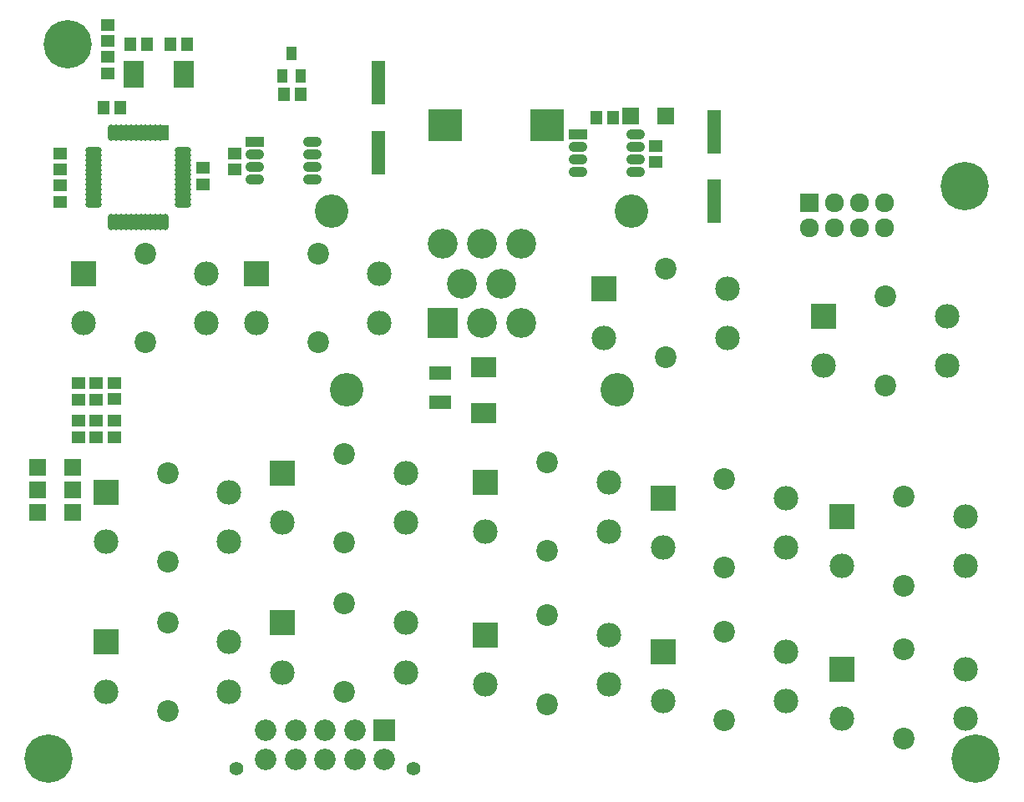
<source format=gts>
G04 #@! TF.GenerationSoftware,KiCad,Pcbnew,(2017-01-11 revision e99b79cb2)-master*
G04 #@! TF.CreationDate,2017-10-24T08:44:47+03:00*
G04 #@! TF.ProjectId,right_keypad,72696768745F6B65797061642E6B6963,rev?*
G04 #@! TF.FileFunction,Soldermask,Top*
G04 #@! TF.FilePolarity,Negative*
%FSLAX46Y46*%
G04 Gerber Fmt 4.6, Leading zero omitted, Abs format (unit mm)*
G04 Created by KiCad (PCBNEW (2017-01-11 revision e99b79cb2)-master) date Tue Oct 24 08:44:47 2017*
%MOMM*%
%LPD*%
G01*
G04 APERTURE LIST*
%ADD10C,0.100000*%
%ADD11R,2.178000X2.178000*%
%ADD12C,2.178000*%
%ADD13C,1.418540*%
%ADD14R,2.498040X2.498040*%
%ADD15C,2.498040*%
%ADD16C,2.198320*%
%ADD17R,1.339800X1.162000*%
%ADD18R,1.398220X4.397960*%
%ADD19R,1.162000X1.339800*%
%ADD20R,2.579320X2.017980*%
%ADD21R,1.697940X1.799540*%
%ADD22R,3.023820X3.023820*%
%ADD23C,3.023820*%
%ADD24C,3.399740*%
%ADD25R,3.399740X3.199080*%
%ADD26R,1.924000X1.035000*%
%ADD27O,1.924000X1.035000*%
%ADD28R,0.679400X1.644600*%
%ADD29O,0.679400X1.644600*%
%ADD30O,1.644600X0.679400*%
%ADD31R,1.047700X1.449020*%
%ADD32R,2.099260X2.797760*%
%ADD33R,2.299920X1.398220*%
%ADD34R,1.924000X1.924000*%
%ADD35C,1.924000*%
%ADD36C,4.900000*%
G04 APERTURE END LIST*
D10*
D11*
X91135200Y-134010400D03*
D12*
X88138000Y-134010400D03*
X85140800Y-134010400D03*
X82143600Y-134010400D03*
X79146400Y-134010400D03*
X91135200Y-137007600D03*
X88138000Y-137007600D03*
X85140800Y-137007600D03*
X82143600Y-137007600D03*
X79146400Y-137007600D03*
D13*
X94140020Y-137949940D03*
X76141580Y-137949940D03*
D14*
X101384100Y-124388880D03*
D15*
X113880900Y-124388880D03*
X101384100Y-129387600D03*
X113880900Y-129387600D03*
D16*
X107632500Y-122389900D03*
X107632500Y-131386580D03*
D17*
X118694200Y-74739500D03*
X118694200Y-76415900D03*
D18*
X124561600Y-80408780D03*
X124561600Y-73312020D03*
D17*
X76009500Y-77190600D03*
X76009500Y-75514200D03*
D19*
X69456300Y-64490600D03*
X71132700Y-64490600D03*
X67081400Y-64490600D03*
X65405000Y-64490600D03*
X112649000Y-71894700D03*
X114325400Y-71894700D03*
X64389000Y-70916800D03*
X62712600Y-70916800D03*
D17*
X72796400Y-76987400D03*
X72796400Y-78663800D03*
D18*
X90576400Y-75430380D03*
X90576400Y-68333620D03*
D19*
X80987900Y-69532500D03*
X82664300Y-69532500D03*
D20*
X101193600Y-97256600D03*
X101193600Y-101854000D03*
D17*
X58318400Y-80429100D03*
X58318400Y-78752700D03*
D21*
X119634000Y-71767700D03*
X116103400Y-71767700D03*
D17*
X63093600Y-62471300D03*
X63093600Y-64147700D03*
D21*
X59575700Y-109626400D03*
X56045100Y-109626400D03*
X59575700Y-107391200D03*
X56045100Y-107391200D03*
X59575700Y-111912400D03*
X56045100Y-111912400D03*
D22*
X97030540Y-92707460D03*
D23*
X101028500Y-92707460D03*
X105026460Y-92707460D03*
X99029520Y-88709500D03*
X103027480Y-88709500D03*
X97030540Y-84711540D03*
X101028500Y-84711540D03*
X105026460Y-84711540D03*
D24*
X87330280Y-99507040D03*
X114726720Y-99507040D03*
X116227860Y-81409540D03*
X85829140Y-81409540D03*
D25*
X107612180Y-72694800D03*
X97315020Y-72694800D03*
D17*
X58318400Y-77190600D03*
X58318400Y-75514200D03*
X63093600Y-65709800D03*
X63093600Y-67386200D03*
X61937900Y-98831400D03*
X61937900Y-100507800D03*
X60159900Y-98831400D03*
X60159900Y-100507800D03*
X63754000Y-98793300D03*
X63754000Y-100469700D03*
X61925200Y-104317800D03*
X61925200Y-102641400D03*
X60147200Y-104317800D03*
X60147200Y-102641400D03*
X63754000Y-104317800D03*
X63754000Y-102641400D03*
D14*
X80835500Y-123167140D03*
D15*
X93332300Y-123167140D03*
X80835500Y-128165860D03*
X93332300Y-128165860D03*
D16*
X87083900Y-121168160D03*
X87083900Y-130164840D03*
D14*
X80810100Y-107993180D03*
D15*
X93306900Y-107993180D03*
X80810100Y-112991900D03*
X93306900Y-112991900D03*
D16*
X87058500Y-105994200D03*
X87058500Y-114990880D03*
D14*
X62928500Y-109931200D03*
D15*
X75425300Y-109931200D03*
X62928500Y-114929920D03*
X75425300Y-114929920D03*
D16*
X69176900Y-107932220D03*
X69176900Y-116928900D03*
D14*
X137579100Y-127876300D03*
D15*
X150075900Y-127876300D03*
X137579100Y-132875020D03*
X150075900Y-132875020D03*
D16*
X143827500Y-125877320D03*
X143827500Y-134874000D03*
D14*
X119392700Y-126047500D03*
D15*
X131889500Y-126047500D03*
X119392700Y-131046220D03*
X131889500Y-131046220D03*
D16*
X125641100Y-124048520D03*
X125641100Y-133045200D03*
D14*
X137579100Y-112361980D03*
D15*
X150075900Y-112361980D03*
X137579100Y-117360700D03*
X150075900Y-117360700D03*
D16*
X143827500Y-110363000D03*
X143827500Y-119359680D03*
D14*
X119392700Y-110533180D03*
D15*
X131889500Y-110533180D03*
X119392700Y-115531900D03*
X131889500Y-115531900D03*
D16*
X125641100Y-108534200D03*
X125641100Y-117530880D03*
D14*
X101384100Y-108864400D03*
D15*
X113880900Y-108864400D03*
X101384100Y-113863120D03*
X113880900Y-113863120D03*
D16*
X107632500Y-106865420D03*
X107632500Y-115862100D03*
D14*
X135674100Y-92052140D03*
D15*
X148170900Y-92052140D03*
X135674100Y-97050860D03*
X148170900Y-97050860D03*
D16*
X141922500Y-90053160D03*
X141922500Y-99049840D03*
D14*
X113423700Y-89217500D03*
D15*
X125920500Y-89217500D03*
X113423700Y-94216220D03*
X125920500Y-94216220D03*
D16*
X119672100Y-87218520D03*
X119672100Y-96215200D03*
D14*
X60642500Y-87693500D03*
D15*
X73139300Y-87693500D03*
X60642500Y-92692220D03*
X73139300Y-92692220D03*
D16*
X66890900Y-85694520D03*
X66890900Y-94691200D03*
D14*
X78168500Y-87693500D03*
D15*
X90665300Y-87693500D03*
X78168500Y-92692220D03*
X90665300Y-92692220D03*
D16*
X84416900Y-85694520D03*
X84416900Y-94691200D03*
D26*
X78036007Y-74323645D03*
D27*
X78036007Y-75593645D03*
X78036007Y-76863645D03*
X78036007Y-78133645D03*
X83878007Y-78133645D03*
X83878007Y-76863645D03*
X83878007Y-75593645D03*
X83878007Y-74323645D03*
D28*
X68966080Y-73400920D03*
D29*
X68465700Y-73400920D03*
X67965320Y-73400920D03*
X67467480Y-73400920D03*
X66967100Y-73400920D03*
X66466720Y-73400920D03*
X65968880Y-73400920D03*
X65468500Y-73400920D03*
X64968120Y-73400920D03*
X64470280Y-73400920D03*
X63969900Y-73400920D03*
X63469520Y-73400920D03*
D30*
X61671200Y-75199240D03*
X61671200Y-75699620D03*
X61671200Y-76200000D03*
X61671200Y-76697840D03*
X61671200Y-77198220D03*
X61671200Y-77698600D03*
X61671200Y-78196440D03*
X61671200Y-78696820D03*
X61671200Y-79197200D03*
X61671200Y-79695040D03*
X61671200Y-80195420D03*
X61671200Y-80695800D03*
D29*
X63469520Y-82494120D03*
X63969900Y-82494120D03*
X64470280Y-82494120D03*
X64968120Y-82494120D03*
X65468500Y-82494120D03*
X65968880Y-82494120D03*
X66466720Y-82494120D03*
X66967100Y-82494120D03*
X67467480Y-82494120D03*
X67965320Y-82494120D03*
X68465700Y-82494120D03*
X68966080Y-82494120D03*
D30*
X70764400Y-80695800D03*
X70764400Y-80195420D03*
X70764400Y-79695040D03*
X70764400Y-79197200D03*
X70764400Y-78696820D03*
X70764400Y-78196440D03*
X70764400Y-77698600D03*
X70764400Y-77198220D03*
X70764400Y-76697840D03*
X70764400Y-76200000D03*
X70764400Y-75699620D03*
X70764400Y-75199240D03*
D26*
X110759650Y-73594445D03*
D27*
X110759650Y-74864445D03*
X110759650Y-76134445D03*
X110759650Y-77404445D03*
X116601650Y-77404445D03*
X116601650Y-76134445D03*
X116601650Y-74864445D03*
X116601650Y-73594445D03*
D31*
X80771951Y-67661190D03*
X82671871Y-67661190D03*
X81721911Y-65365030D03*
D32*
X70815200Y-67538600D03*
X65735200Y-67538600D03*
D33*
X96824800Y-97790000D03*
X96824800Y-100787200D03*
D34*
X134213600Y-80518000D03*
D35*
X134213600Y-83058000D03*
X136753600Y-80518000D03*
X136753600Y-83058000D03*
X139293600Y-80518000D03*
X139293600Y-83058000D03*
X141833600Y-80518000D03*
X141833600Y-83058000D03*
D36*
X149967700Y-78886300D03*
X59076840Y-64487040D03*
X57114700Y-136941300D03*
X151063700Y-136941300D03*
D14*
X62928500Y-125112780D03*
D15*
X75425300Y-125112780D03*
X62928500Y-130111500D03*
X75425300Y-130111500D03*
D16*
X69176900Y-123113800D03*
X69176900Y-132110480D03*
M02*

</source>
